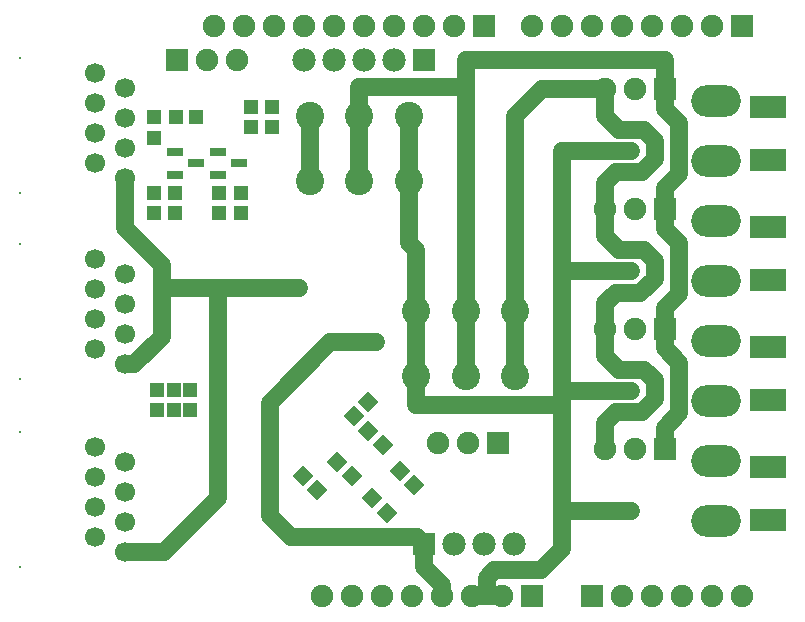
<source format=gbs>
%FSLAX42Y42*%
%MOMM*%
G71*
G01*
G75*
G04 Layer_Color=16711935*
%ADD10R,1.00X1.10*%
%ADD11R,1.30X1.50*%
%ADD12O,1.70X0.60*%
%ADD13R,1.10X1.00*%
%ADD14R,1.20X0.60*%
G04:AMPARAMS|DCode=15|XSize=0.3mm|YSize=1.8mm|CornerRadius=0mm|HoleSize=0mm|Usage=FLASHONLY|Rotation=315.000|XOffset=0mm|YOffset=0mm|HoleType=Round|Shape=Round|*
%AMOVALD15*
21,1,1.50,0.30,0.00,0.00,45.0*
1,1,0.30,-0.53,-0.53*
1,1,0.30,0.53,0.53*
%
%ADD15OVALD15*%

G04:AMPARAMS|DCode=16|XSize=0.3mm|YSize=1.8mm|CornerRadius=0mm|HoleSize=0mm|Usage=FLASHONLY|Rotation=225.000|XOffset=0mm|YOffset=0mm|HoleType=Round|Shape=Round|*
%AMOVALD16*
21,1,1.50,0.30,0.00,0.00,315.0*
1,1,0.30,-0.53,0.53*
1,1,0.30,0.53,-0.53*
%
%ADD16OVALD16*%

%ADD17R,1.50X1.30*%
%ADD18C,0.60*%
%ADD19C,0.26*%
%ADD20C,1.20*%
%ADD21C,0.25*%
%ADD22C,0.70*%
%ADD23C,0.50*%
%ADD24C,1.50*%
%ADD25C,1.50*%
%ADD26O,4.00X2.50*%
%ADD27C,2.20*%
%ADD28C,1.70*%
%ADD29R,1.70X1.70*%
%ADD30R,1.78X1.78*%
%ADD31C,1.78*%
%ADD32C,0.90*%
%ADD33C,1.40*%
%ADD34R,2.90X1.68*%
G04:AMPARAMS|DCode=35|XSize=1mm|YSize=1.1mm|CornerRadius=0mm|HoleSize=0mm|Usage=FLASHONLY|Rotation=315.000|XOffset=0mm|YOffset=0mm|HoleType=Round|Shape=Rectangle|*
%AMROTATEDRECTD35*
4,1,4,-0.74,-0.04,0.04,0.74,0.74,0.04,-0.04,-0.74,-0.74,-0.04,0.0*
%
%ADD35ROTATEDRECTD35*%

G04:AMPARAMS|DCode=36|XSize=1mm|YSize=1.1mm|CornerRadius=0mm|HoleSize=0mm|Usage=FLASHONLY|Rotation=225.000|XOffset=0mm|YOffset=0mm|HoleType=Round|Shape=Rectangle|*
%AMROTATEDRECTD36*
4,1,4,-0.04,0.74,0.74,-0.04,0.04,-0.74,-0.74,0.04,-0.04,0.74,0.0*
%
%ADD36ROTATEDRECTD36*%

%ADD37C,0.25*%
%ADD38C,0.20*%
%ADD39C,0.40*%
%ADD40R,1.20X1.30*%
%ADD41R,1.50X1.70*%
%ADD42O,1.90X0.80*%
%ADD43R,1.30X1.20*%
%ADD44R,1.40X0.80*%
G04:AMPARAMS|DCode=45|XSize=0.5mm|YSize=2mm|CornerRadius=0mm|HoleSize=0mm|Usage=FLASHONLY|Rotation=315.000|XOffset=0mm|YOffset=0mm|HoleType=Round|Shape=Round|*
%AMOVALD45*
21,1,1.50,0.50,0.00,0.00,45.0*
1,1,0.50,-0.53,-0.53*
1,1,0.50,0.53,0.53*
%
%ADD45OVALD45*%

G04:AMPARAMS|DCode=46|XSize=0.5mm|YSize=2mm|CornerRadius=0mm|HoleSize=0mm|Usage=FLASHONLY|Rotation=225.000|XOffset=0mm|YOffset=0mm|HoleType=Round|Shape=Round|*
%AMOVALD46*
21,1,1.50,0.50,0.00,0.00,315.0*
1,1,0.50,-0.53,0.53*
1,1,0.50,0.53,-0.53*
%
%ADD46OVALD46*%

%ADD47R,1.70X1.50*%
%ADD48C,1.70*%
%ADD49C,0.20*%
%ADD50O,4.20X2.70*%
%ADD51C,2.40*%
%ADD52C,1.90*%
%ADD53R,1.90X1.90*%
%ADD54R,1.98X1.98*%
%ADD55C,1.98*%
%ADD56R,3.10X1.88*%
G04:AMPARAMS|DCode=57|XSize=1.2mm|YSize=1.3mm|CornerRadius=0mm|HoleSize=0mm|Usage=FLASHONLY|Rotation=315.000|XOffset=0mm|YOffset=0mm|HoleType=Round|Shape=Rectangle|*
%AMROTATEDRECTD57*
4,1,4,-0.89,-0.04,0.04,0.89,0.89,0.04,-0.04,-0.89,-0.89,-0.04,0.0*
%
%ADD57ROTATEDRECTD57*%

G04:AMPARAMS|DCode=58|XSize=1.2mm|YSize=1.3mm|CornerRadius=0mm|HoleSize=0mm|Usage=FLASHONLY|Rotation=225.000|XOffset=0mm|YOffset=0mm|HoleType=Round|Shape=Rectangle|*
%AMROTATEDRECTD58*
4,1,4,-0.04,0.89,0.89,-0.04,0.04,-0.89,-0.89,0.04,-0.04,0.89,0.0*
%
%ADD58ROTATEDRECTD58*%

D24*
X24760Y21331D02*
Y21881D01*
X25180Y21331D02*
Y21881D01*
X25600Y21331D02*
Y21881D01*
X25180D02*
Y22121D01*
X26080D01*
Y22351D01*
X27770D01*
Y22108D02*
Y22351D01*
Y21941D02*
Y22108D01*
Y21941D02*
X27890Y21821D01*
Y21391D02*
Y21821D01*
X27770Y21271D02*
X27890Y21391D01*
X27770Y20921D02*
Y21271D01*
Y20921D02*
X27890Y20801D01*
Y20371D02*
Y20801D01*
X27770Y20251D02*
X27890Y20371D01*
X27770Y19911D02*
Y20251D01*
Y19911D02*
X27890Y19791D01*
Y19361D02*
Y19791D01*
X27770Y19241D02*
X27890Y19361D01*
X27770Y19060D02*
Y19241D01*
X27262Y21879D02*
Y22108D01*
Y21879D02*
X27380Y21761D01*
X27590D01*
X27680Y21671D01*
Y21511D02*
Y21671D01*
X27570Y21401D02*
X27680Y21511D01*
X27350Y21401D02*
X27570D01*
X27262Y21313D02*
X27350Y21401D01*
X27262Y20859D02*
Y21313D01*
Y20859D02*
X27380Y20741D01*
X27590D01*
X27680Y20651D01*
Y20501D02*
Y20651D01*
X27560Y20381D02*
X27680Y20501D01*
X27350Y20381D02*
X27560D01*
X27262Y20293D02*
X27350Y20381D01*
X27262Y19849D02*
Y20293D01*
Y19849D02*
X27380Y19731D01*
X27590D01*
X27680Y19641D01*
Y19481D02*
Y19641D01*
X27570Y19371D02*
X27680Y19481D01*
X27350Y19371D02*
X27570D01*
X27262Y19283D02*
X27350Y19371D01*
X27262Y19060D02*
Y19283D01*
X26729Y22108D02*
X27262D01*
X26500Y21879D02*
X26729Y22108D01*
X26500Y19681D02*
Y21879D01*
X26080Y19681D02*
Y22141D01*
X25600Y20801D02*
Y21331D01*
Y20801D02*
X25660Y20741D01*
Y20231D02*
Y20741D01*
Y19681D02*
Y20231D01*
Y19431D02*
Y19681D01*
Y19431D02*
X26900D01*
Y21581D01*
X27480D01*
X26900Y20565D02*
X27480D01*
X26900Y19549D02*
X27480D01*
X26900Y18533D02*
X27480D01*
X26900D02*
Y19431D01*
X26134Y17815D02*
X26388D01*
X26900Y18211D02*
Y18533D01*
X26720Y18031D02*
X26900Y18211D01*
X26320Y18031D02*
X26720D01*
X26260Y17971D02*
X26320Y18031D01*
X26260Y17815D02*
Y17971D01*
X23199Y20932D02*
Y21355D01*
Y20932D02*
X23510Y20621D01*
Y20011D02*
Y20621D01*
X23274Y19775D02*
X23510Y20011D01*
X23199Y19775D02*
X23274D01*
X23520Y20421D02*
X24670D01*
X23199Y18185D02*
X23524D01*
X23980Y18641D01*
Y20421D01*
X24930Y19961D02*
X25320D01*
X24420Y19451D02*
X24930Y19961D01*
X24420Y18491D02*
Y19451D01*
Y18491D02*
X24600Y18311D01*
X25670D01*
X25730Y18251D01*
Y18061D02*
Y18251D01*
Y18061D02*
X25880Y17911D01*
Y17815D02*
Y17911D01*
D40*
X24440Y21956D02*
D03*
Y21786D02*
D03*
X24260Y21956D02*
D03*
X24260Y21786D02*
D03*
X23470Y19556D02*
D03*
Y19386D02*
D03*
X23610Y19556D02*
D03*
Y19386D02*
D03*
X23750Y19556D02*
D03*
Y19386D02*
D03*
X23440Y21866D02*
D03*
X23440Y21696D02*
D03*
X24180Y21226D02*
D03*
X24180Y21056D02*
D03*
X23990Y21056D02*
D03*
Y21226D02*
D03*
X23440Y21226D02*
D03*
X23440Y21056D02*
D03*
X23620Y21056D02*
D03*
X23620Y21226D02*
D03*
D43*
X23625Y21871D02*
D03*
X23795D02*
D03*
D44*
X24164Y21477D02*
D03*
X23984Y21572D02*
D03*
Y21382D02*
D03*
X23796Y21477D02*
D03*
X23616Y21572D02*
D03*
Y21382D02*
D03*
D48*
X23199Y21355D02*
D03*
X22945Y21482D02*
D03*
X23199Y21609D02*
D03*
X22945Y21736D02*
D03*
Y21990D02*
D03*
X23199Y22117D02*
D03*
Y21863D02*
D03*
X22945Y22244D02*
D03*
Y20664D02*
D03*
X23199Y20283D02*
D03*
Y20537D02*
D03*
X22945Y20410D02*
D03*
Y20156D02*
D03*
X23199Y20029D02*
D03*
X22945Y19902D02*
D03*
X23199Y19775D02*
D03*
Y18185D02*
D03*
X22945Y18312D02*
D03*
X23199Y18439D02*
D03*
X22945Y18566D02*
D03*
Y18820D02*
D03*
X23199Y18947D02*
D03*
Y18693D02*
D03*
X22945Y19074D02*
D03*
D49*
X22310Y22371D02*
D03*
Y21228D02*
D03*
Y19648D02*
D03*
Y20791D02*
D03*
Y19201D02*
D03*
Y18058D02*
D03*
D50*
X28200Y18451D02*
D03*
Y18959D02*
D03*
Y19975D02*
D03*
Y19467D02*
D03*
Y20483D02*
D03*
Y20991D02*
D03*
Y22007D02*
D03*
Y21499D02*
D03*
D51*
X25660Y20231D02*
D03*
X26080D02*
D03*
X26500D02*
D03*
X25660Y19681D02*
D03*
X26080D02*
D03*
X26500D02*
D03*
X24760Y21881D02*
D03*
X25180D02*
D03*
X25600D02*
D03*
X24760Y21331D02*
D03*
X25180D02*
D03*
X25600D02*
D03*
D52*
X23894Y22351D02*
D03*
X24148D02*
D03*
X25842Y19111D02*
D03*
X26096D02*
D03*
X27516Y19060D02*
D03*
X27262D02*
D03*
Y20076D02*
D03*
X27516D02*
D03*
Y21092D02*
D03*
X27262D02*
D03*
Y22108D02*
D03*
X27516D02*
D03*
X27404Y17815D02*
D03*
X27912D02*
D03*
X28166D02*
D03*
X27658D02*
D03*
X28420D02*
D03*
X26388D02*
D03*
X25880D02*
D03*
X25626D02*
D03*
X24864D02*
D03*
X25118D02*
D03*
X26134D02*
D03*
X25372D02*
D03*
X28166Y22641D02*
D03*
X27658D02*
D03*
X27404D02*
D03*
X26642D02*
D03*
X26896D02*
D03*
X27912D02*
D03*
X27150D02*
D03*
X25474D02*
D03*
X25728D02*
D03*
X24712D02*
D03*
X24966D02*
D03*
X24204D02*
D03*
X23950D02*
D03*
X25982D02*
D03*
X25220D02*
D03*
X24458D02*
D03*
D53*
X23640Y22351D02*
D03*
X26350Y19111D02*
D03*
X27770Y19060D02*
D03*
Y20076D02*
D03*
Y21092D02*
D03*
Y22108D02*
D03*
X27150Y17815D02*
D03*
X26642D02*
D03*
X28420Y22641D02*
D03*
X26236D02*
D03*
D54*
X25730Y18251D02*
D03*
Y22351D02*
D03*
D55*
X25984Y18251D02*
D03*
X26492D02*
D03*
X26238D02*
D03*
X25222Y22351D02*
D03*
X24714D02*
D03*
X24968D02*
D03*
X25476D02*
D03*
D56*
X28640Y21952D02*
D03*
Y21510D02*
D03*
Y20936D02*
D03*
Y20494D02*
D03*
Y19920D02*
D03*
Y19478D02*
D03*
Y18904D02*
D03*
Y18462D02*
D03*
D57*
X25136Y19339D02*
D03*
X25257Y19460D02*
D03*
D58*
Y19212D02*
D03*
X25377Y19092D02*
D03*
X24995Y18950D02*
D03*
X25115Y18830D02*
D03*
X24820Y18711D02*
D03*
X24700Y18831D02*
D03*
X25520Y18871D02*
D03*
X25640Y18751D02*
D03*
X25290Y18641D02*
D03*
X25410Y18521D02*
D03*
M02*

</source>
